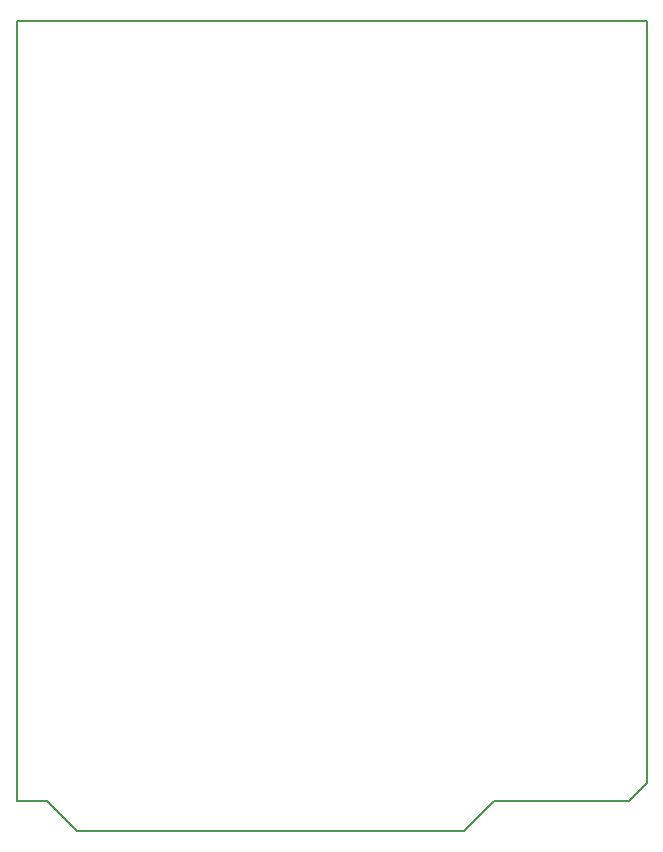
<source format=gm1>
G04 #@! TF.GenerationSoftware,KiCad,Pcbnew,6.0.2+dfsg-1*
G04 #@! TF.CreationDate,2024-05-29T15:52:29-06:00*
G04 #@! TF.ProjectId,ard-ltc2499,6172642d-6c74-4633-9234-39392e6b6963,rev?*
G04 #@! TF.SameCoordinates,Original*
G04 #@! TF.FileFunction,Profile,NP*
%FSLAX46Y46*%
G04 Gerber Fmt 4.6, Leading zero omitted, Abs format (unit mm)*
G04 Created by KiCad (PCBNEW 6.0.2+dfsg-1) date 2024-05-29 15:52:29*
%MOMM*%
%LPD*%
G01*
G04 APERTURE LIST*
G04 #@! TA.AperFunction,Profile*
%ADD10C,0.150000*%
G04 #@! TD*
G04 APERTURE END LIST*
D10*
X157480000Y-132715000D02*
X160020000Y-130175000D01*
X119634000Y-130175000D02*
X122174000Y-130175000D01*
X171450000Y-130175000D02*
X172974000Y-128651000D01*
X122174000Y-130175000D02*
X124714000Y-132715000D01*
X172974000Y-64135000D02*
X119634000Y-64135000D01*
X124714000Y-132715000D02*
X157480000Y-132715000D01*
X119634000Y-64135000D02*
X119634000Y-130175000D01*
X172974000Y-128651000D02*
X172974000Y-64135000D01*
X160020000Y-130175000D02*
X171450000Y-130175000D01*
M02*

</source>
